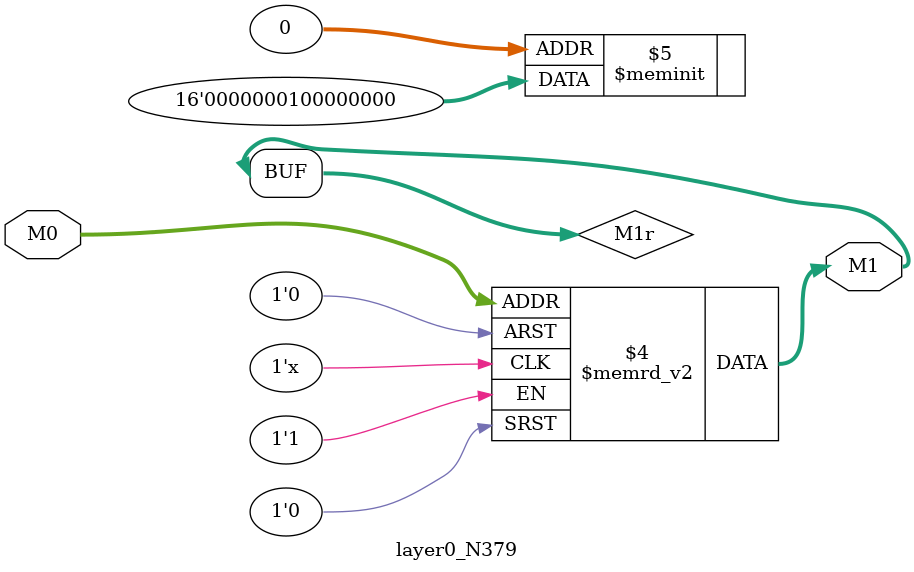
<source format=v>
module layer0_N379 ( input [2:0] M0, output [1:0] M1 );

	(*rom_style = "distributed" *) reg [1:0] M1r;
	assign M1 = M1r;
	always @ (M0) begin
		case (M0)
			3'b000: M1r = 2'b00;
			3'b100: M1r = 2'b01;
			3'b010: M1r = 2'b00;
			3'b110: M1r = 2'b00;
			3'b001: M1r = 2'b00;
			3'b101: M1r = 2'b00;
			3'b011: M1r = 2'b00;
			3'b111: M1r = 2'b00;

		endcase
	end
endmodule

</source>
